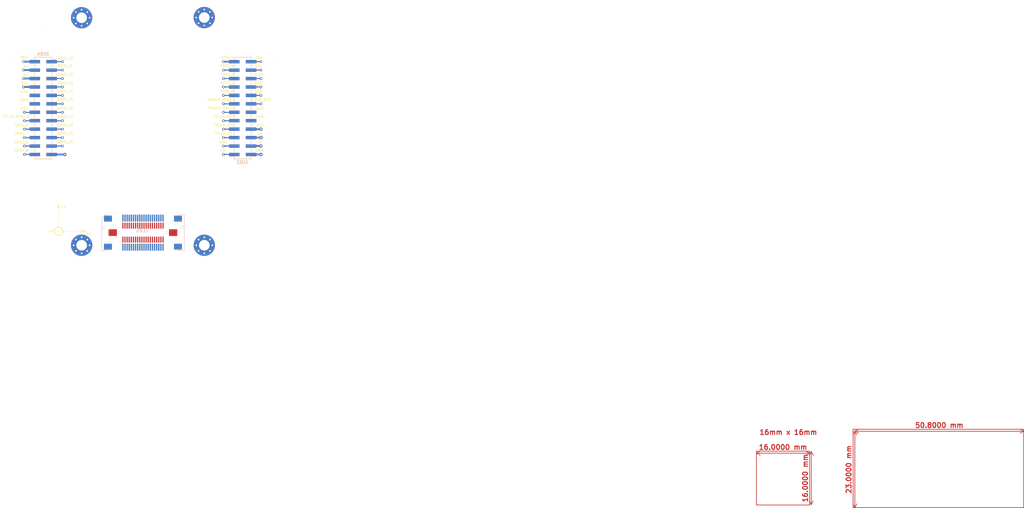
<source format=kicad_pcb>
(kicad_pcb (version 20211014) (generator pcbnew)
  (layers (0 "F.Cu" signal) (31 "B.Cu" signal) (34 "B.Paste" user) (35 "F.Paste" user) (36 "B.SilkS" user "B.Silkscreen") (37 "F.SilkS" user "F.Silkscreen") (38 "B.Mask" user) (39 "F.Mask" user) (44 "Edge.Cuts" user))
  (net 0 "")
  (net 1 "/VBAT")
  (net 2 "/TELEM_GPIO_1")
  (net 3 "/9V")
  (net 4 "/TELEM_GPIO_2")
  (net 5 "/5V")
  (net 6 "/TELEM_GPIO_3")
  (net 7 "/3V3")
  (net 8 "/TELEM_GPIO_4")
  (net 9 "6V_AC_SERVO1")
  (net 10 "/TELEM_GPIO_5")
  (net 11 "/CONT_3V3")
  (net 12 "/SERVO1")
  (net 13 "/B2B_I2C_SDA")
  (net 14 "/SERVO2")
  (net 15 "/B2B_I2C_SCL")
  (net 16 "/B2B_GPIO_8")
  (net 17 "/B2B_SPI_SCK")
  (net 18 "/B2B_GPIO_9")
  (net 19 "/B2B_SPI_MISO")
  (net 20 "/B2B_GPIO_10")
  (net 21 "/B2B_SPI_MOSI")
  (net 22 "/B2B_GPIO_11")
  (net 23 "/CONT_GND")
  (net 24 "/B2B_UART_SDI")
  (net 25 "/B2B_UART_SDO")
  (net 26 "/TELEM_CS")
  (net 27 "/TELEM_INT")
  (net 28 "/TELEM_RST")
  (net 29 "/POWER_STATE")
  (net 30 "/POWER_RESET")
  (net 31 "/B2B_GPIO_12")
  (net 32 "/B2B_GPIO_13")
  (net 33 "/B2B_GPIO_14")
  (net 34 "/B2B_GPIO_15")
  (net 35 "/B2B_GPIO_16")
  (net 36 "/B2B_GPIO_17")
  (net 37 "/B2B_GPIO_18")
  (net 38 "/B2B_GPIO_19")
  (net 39 "/B2B_GPIO_20")
  (net 40 "6V_AC_SERVO2")
  (net 41 "/GND")
  (footprint "MountingHole:MountingHole_3.2mm_M3_Pad_Via" (layer "F.Cu") (at -18.44 34.3)
    (fp_text reference "REF**" hide)
    (fp_text value "MountingHole_3.2mm_M3_Pad_Via")
    (pad "1" thru_hole circle (at -2.4 0) (size 0.8 0.8) (drill 0.5) (layers *.Cu *.Mask))
    (pad "1" thru_hole circle (at 0 -2.4) (size 0.8 0.8) (drill 0.5) (layers *.Cu *.Mask))
    (pad "1" thru_hole circle (at 0 0) (size 6.4 6.4) (drill 3.2) (layers *.Cu *.Mask))
    (pad "1" thru_hole circle (at 0 2.4) (size 0.8 0.8) (drill 0.5) (layers *.Cu *.Mask))
    (pad "1" thru_hole circle (at -1.697056 1.697056) (size 0.8 0.8) (drill 0.5) (layers *.Cu *.Mask))
    (pad "1" thru_hole circle (at -1.697056 -1.697056) (size 0.8 0.8) (drill 0.5) (layers *.Cu *.Mask))
    (pad "1" thru_hole circle (at 1.697056 -1.697056) (size 0.8 0.8) (drill 0.5) (layers *.Cu *.Mask))
    (pad "1" thru_hole circle (at 1.697056 1.697056) (size 0.8 0.8) (drill 0.5) (layers *.Cu *.Mask))
    (pad "1" thru_hole circle (at 2.4 0) (size 0.8 0.8) (drill 0.5) (layers *.Cu *.Mask))
  )
  (footprint "memes:axes" (layer "F.Cu") (at -21.8 26.5)
    (fp_text reference "G***" hide)
    (fp_text value "LOGO" hide)
  )
  (footprint "Connector_ISS:536270474" (layer "F.Cu") (at 0 30.5)
    (fp_text reference "J106")
    (fp_text value "536270474")
    (fp_circle (center -7.285 0) (end -6.835 0) (layer "Edge.Cuts") (width 0.1) (fill none))
    (fp_circle (center 7.285 0) (end 7.635 0) (layer "Edge.Cuts") (width 0.1) (fill none))
    (pad "1" smd rect (at -6.0325 -2.1) (size 0.35 1.8) (layers "F.Cu" "F.Paste" "F.Mask"))
    (pad "2" smd rect (at -5.3975 -2.1) (size 0.35 1.8) (layers "F.Cu" "F.Paste" "F.Mask"))
    (pad "3" smd rect (at -4.7625 -2.1) (size 0.35 1.8) (layers "F.Cu" "F.Paste" "F.Mask"))
    (pad "4" smd rect (at -4.1275 -2.1) (size 0.35 1.8) (layers "F.Cu" "F.Paste" "F.Mask"))
    (pad "5" smd rect (at -3.4925 -2.1) (size 0.35 1.8) (layers "F.Cu" "F.Paste" "F.Mask"))
    (pad "6" smd rect (at -2.8575 -2.1) (size 0.35 1.8) (layers "F.Cu" "F.Paste" "F.Mask"))
    (pad "7" smd rect (at -2.2225 -2.1) (size 0.35 1.8) (layers "F.Cu" "F.Paste" "F.Mask"))
    (pad "8" smd rect (at -1.5875 -2.1) (size 0.35 1.8) (layers "F.Cu" "F.Paste" "F.Mask"))
    (pad "9" smd rect (at -0.9525 -2.1) (size 0.35 1.8) (layers "F.Cu" "F.Paste" "F.Mask"))
    (pad "10" smd rect (at -0.3175 -2.1) (size 0.35 1.8) (layers "F.Cu" "F.Paste" "F.Mask"))
    (pad "11" smd rect (at 0.3175 -2.1) (size 0.35 1.8) (layers "F.Cu" "F.Paste" "F.Mask"))
    (pad "12" smd rect (at 0.9525 -2.1) (size 0.35 1.8) (layers "F.Cu" "F.Paste" "F.Mask"))
    (pad "13" smd rect (at 1.5875 -2.1) (size 0.35 1.8) (layers "F.Cu" "F.Paste" "F.Mask"))
    (pad "14" smd rect (at 2.2225 -2.1) (size 0.35 1.8) (layers "F.Cu" "F.Paste" "F.Mask"))
    (pad "15" smd rect (at 2.8575 -2.1) (size 0.35 1.8) (layers "F.Cu" "F.Paste" "F.Mask"))
    (pad "16" smd rect (at 3.4925 -2.1) (size 0.35 1.8) (layers "F.Cu" "F.Paste" "F.Mask"))
    (pad "17" smd rect (at 4.1275 -2.1) (size 0.35 1.8) (layers "F.Cu" "F.Paste" "F.Mask"))
    (pad "18" smd rect (at 4.7625 -2.1) (size 0.35 1.8) (layers "F.Cu" "F.Paste" "F.Mask"))
    (pad "19" smd rect (at 5.3975 -2.1) (size 0.35 1.8) (layers "F.Cu" "F.Paste" "F.Mask"))
    (pad "20" smd rect (at 6.0325 -2.1) (size 0.35 1.8) (layers "F.Cu" "F.Paste" "F.Mask"))
    (pad "21" smd rect (at 6.0325 2.1) (size 0.35 1.8) (layers "F.Cu" "F.Paste" "F.Mask"))
    (pad "22" smd rect (at 5.3975 2.1) (size 0.35 1.8) (layers "F.Cu" "F.Paste" "F.Mask"))
    (pad "23" smd rect (at 4.7625 2.1) (size 0.35 1.8) (layers "F.Cu" "F.Paste" "F.Mask"))
    (pad "24" smd rect (at 4.1275 2.1) (size 0.35 1.8) (layers "F.Cu" "F.Paste" "F.Mask"))
    (pad "25" smd rect (at 3.4925 2.1) (size 0.35 1.8) (layers "F.Cu" "F.Paste" "F.Mask"))
    (pad "26" smd rect (at 2.8575 2.1) (size 0.35 1.8) (layers "F.Cu" "F.Paste" "F.Mask"))
    (pad "27" smd rect (at 2.2225 2.1) (size 0.35 1.8) (layers "F.Cu" "F.Paste" "F.Mask"))
    (pad "28" smd rect (at 1.5875 2.1) (size 0.35 1.8) (layers "F.Cu" "F.Paste" "F.Mask"))
    (pad "29" smd rect (at 0.9525 2.1) (size 0.35 1.8) (layers "F.Cu" "F.Paste" "F.Mask"))
    (pad "30" smd rect (at 0.3175 2.1) (size 0.35 1.8) (layers "F.Cu" "F.Paste" "F.Mask"))
    (pad "31" smd rect (at -0.3175 2.1) (size 0.35 1.8) (layers "F.Cu" "F.Paste" "F.Mask"))
    (pad "32" smd rect (at -0.9525 2.1) (size 0.35 1.8) (layers "F.Cu" "F.Paste" "F.Mask"))
    (pad "33" smd rect (at -1.5875 2.1) (size 0.35 1.8) (layers "F.Cu" "F.Paste" "F.Mask"))
    (pad "34" smd rect (at -2.2225 2.1) (size 0.35 1.8) (layers "F.Cu" "F.Paste" "F.Mask"))
    (pad "35" smd rect (at -2.8575 2.1) (size 0.35 1.8) (layers "F.Cu" "F.Paste" "F.Mask"))
    (pad "36" smd rect (at -3.4925 2.1) (size 0.35 1.8) (layers "F.Cu" "F.Paste" "F.Mask"))
    (pad "37" smd rect (at -4.1275 2.1) (size 0.35 1.8) (layers "F.Cu" "F.Paste" "F.Mask"))
    (pad "38" smd rect (at -4.7625 2.1) (size 0.35 1.8) (layers "F.Cu" "F.Paste" "F.Mask"))
    (pad "39" smd rect (at -5.3975 2.1) (size 0.35 1.8) (layers "F.Cu" "F.Paste" "F.Mask"))
    (pad "40" smd rect (at -6.0325 2.1) (size 0.35 1.8) (layers "F.Cu" "F.Paste" "F.Mask"))
    (pad "GND" smd rect (at -9.085 0) (size 2.5 2) (layers "F.Cu" "F.Paste" "F.Mask"))
    (pad "GND" smd rect (at 9.085 0) (size 2.5 2) (layers "F.Cu" "F.Paste" "F.Mask"))
  )
  (footprint "Connector_PinHeader_2.54mm:PinHeader_2x12_P2.54mm_Vertical_SMD" (layer "F.Cu") (at -30 -7)
    (fp_text reference "J103" (at 0 -16.3) (layer "F.SilkS"))
    (fp_text value "Conn_02x12_Odd_Even")
    (pad "1" smd rect (at -2.525 -13.97) (size 3.15 1) (layers "F.Cu" "F.Paste" "F.Mask") (net 1 "/VBAT"))
    (pad "2" smd rect (at 2.525 -13.97) (size 3.15 1) (layers "F.Cu" "F.Paste" "F.Mask") (net 20 "/B2B_GPIO_10"))
    (pad "3" smd rect (at -2.525 -11.43) (size 3.15 1) (layers "F.Cu" "F.Paste" "F.Mask") (net 3 "/9V"))
    (pad "4" smd rect (at 2.525 -11.43) (size 3.15 1) (layers "F.Cu" "F.Paste" "F.Mask") (net 22 "/B2B_GPIO_11"))
    (pad "5" smd rect (at -2.525 -8.89) (size 3.15 1) (layers "F.Cu" "F.Paste" "F.Mask") (net 5 "/5V"))
    (pad "6" smd rect (at 2.525 -8.89) (size 3.15 1) (layers "F.Cu" "F.Paste" "F.Mask") (net 31 "/B2B_GPIO_12"))
    (pad "7" smd rect (at -2.525 -6.35) (size 3.15 1) (layers "F.Cu" "F.Paste" "F.Mask") (net 7 "/3V3"))
    (pad "8" smd rect (at 2.525 -6.35) (size 3.15 1) (layers "F.Cu" "F.Paste" "F.Mask") (net 32 "/B2B_GPIO_13"))
    (pad "9" smd rect (at -2.525 -3.81) (size 3.15 1) (layers "F.Cu" "F.Paste" "F.Mask") (net 41 "/GND"))
    (pad "10" smd rect (at 2.525 -3.81) (size 3.15 1) (layers "F.Cu" "F.Paste" "F.Mask") (net 33 "/B2B_GPIO_14"))
    (pad "11" smd rect (at -2.525 -1.27) (size 3.15 1) (layers "F.Cu" "F.Paste" "F.Mask") (net 41 "/GND"))
    (pad "12" smd rect (at 2.525 -1.27) (size 3.15 1) (layers "F.Cu" "F.Paste" "F.Mask") (net 34 "/B2B_GPIO_15"))
    (pad "13" smd rect (at -2.525 1.27) (size 3.15 1) (layers "F.Cu" "F.Paste" "F.Mask") (net 23 "/CONT_GND"))
    (pad "14" smd rect (at 2.525 1.27) (size 3.15 1) (layers "F.Cu" "F.Paste" "F.Mask") (net 35 "/B2B_GPIO_16"))
    (pad "15" smd rect (at -2.525 3.81) (size 3.15 1) (layers "F.Cu" "F.Paste" "F.Mask") (net 10 "/TELEM_GPIO_5"))
    (pad "16" smd rect (at 2.525 3.81) (size 3.15 1) (layers "F.Cu" "F.Paste" "F.Mask") (net 36 "/B2B_GPIO_17"))
    (pad "17" smd rect (at -2.525 6.35) (size 3.15 1) (layers "F.Cu" "F.Paste" "F.Mask") (net 12 "/SERVO1"))
    (pad "18" smd rect (at 2.525 6.35) (size 3.15 1) (layers "F.Cu" "F.Paste" "F.Mask") (net 37 "/B2B_GPIO_18"))
    (pad "19" smd rect (at -2.525 8.89) (size 3.15 1) (layers "F.Cu" "F.Paste" "F.Mask") (net 14 "/SERVO2"))
    (pad "20" smd rect (at 2.525 8.89) (size 3.15 1) (layers "F.Cu" "F.Paste" "F.Mask") (net 38 "/B2B_GPIO_19"))
    (pad "21" smd rect (at -2.525 11.43) (size 3.15 1) (layers "F.Cu" "F.Paste" "F.Mask") (net 16 "/B2B_GPIO_8"))
    (pad "22" smd rect (at 2.525 11.43) (size 3.15 1) (layers "F.Cu" "F.Paste" "F.Mask") (net 39 "/B2B_GPIO_20"))
    (pad "23" smd rect (at -2.525 13.97) (size 3.15 1) (layers "F.Cu" "F.Paste" "F.Mask") (net 18 "/B2B_GPIO_9"))
    (pad "24" smd rect (at 2.525 13.97) (size 3.15 1) (layers "F.Cu" "F.Paste" "F.Mask") (net 40 "6V_AC_SERVO2"))
  )
  (footprint "Connector_PinHeader_2.54mm:PinHeader_2x12_P2.54mm_Vertical_SMD" (layer "F.Cu") (at 30 -7 180)
    (fp_text reference "J101" (at 0 -16.3) (layer "F.SilkS"))
    (fp_text value "Conn_02x12_Odd_Even")
    (pad "1" smd rect (at -2.525 -13.97 180) (size 3.15 1) (layers "F.Cu" "F.Paste" "F.Mask") (net 1 "/VBAT"))
    (pad "2" smd rect (at 2.525 -13.97 180) (size 3.15 1) (layers "F.Cu" "F.Paste" "F.Mask") (net 24 "/B2B_UART_SDI"))
    (pad "3" smd rect (at -2.525 -11.43 180) (size 3.15 1) (layers "F.Cu" "F.Paste" "F.Mask") (net 3 "/9V"))
    (pad "4" smd rect (at 2.525 -11.43 180) (size 3.15 1) (layers "F.Cu" "F.Paste" "F.Mask") (net 25 "/B2B_UART_SDO"))
    (pad "5" smd rect (at -2.525 -8.89 180) (size 3.15 1) (layers "F.Cu" "F.Paste" "F.Mask") (net 5 "/5V"))
    (pad "6" smd rect (at 2.525 -8.89 180) (size 3.15 1) (layers "F.Cu" "F.Paste" "F.Mask") (net 26 "/TELEM_CS"))
    (pad "7" smd rect (at -2.525 -6.35 180) (size 3.15 1) (layers "F.Cu" "F.Paste" "F.Mask") (net 7 "/3V3"))
    (pad "8" smd rect (at 2.525 -6.35 180) (size 3.15 1) (layers "F.Cu" "F.Paste" "F.Mask") (net 27 "/TELEM_INT"))
    (pad "9" smd rect (at -2.525 -3.81 180) (size 3.15 1) (layers "F.Cu" "F.Paste" "F.Mask") (net 41 "/GND"))
    (pad "10" smd rect (at 2.525 -3.81 180) (size 3.15 1) (layers "F.Cu" "F.Paste" "F.Mask") (net 28 "/TELEM_RST"))
    (pad "11" smd rect (at -2.525 -1.27 180) (size 3.15 1) (layers "F.Cu" "F.Paste" "F.Mask") (net 41 "/GND"))
    (pad "12" smd rect (at 2.525 -1.27 180) (size 3.15 1) (layers "F.Cu" "F.Paste" "F.Mask") (net 29 "/POWER_STATE"))
    (pad "13" smd rect (at -2.525 1.27 180) (size 3.15 1) (layers "F.Cu" "F.Paste" "F.Mask") (net 11 "/CONT_3V3"))
    (pad "14" smd rect (at 2.525 1.27 180) (size 3.15 1) (layers "F.Cu" "F.Paste" "F.Mask") (net 30 "/POWER_RESET"))
    (pad "15" smd rect (at -2.525 3.81 180) (size 3.15 1) (layers "F.Cu" "F.Paste" "F.Mask") (net 17 "/B2B_SPI_SCK"))
    (pad "16" smd rect (at 2.525 3.81 180) (size 3.15 1) (layers "F.Cu" "F.Paste" "F.Mask") (net 2 "/TELEM_GPIO_1"))
    (pad "17" smd rect (at -2.525 6.35 180) (size 3.15 1) (layers "F.Cu" "F.Paste" "F.Mask") (net 21 "/B2B_SPI_MOSI"))
    (pad "18" smd rect (at 2.525 6.35 180) (size 3.15 1) (layers "F.Cu" "F.Paste" "F.Mask") (net 4 "/TELEM_GPIO_2"))
    (pad "19" smd rect (at -2.525 8.89 180) (size 3.15 1) (layers "F.Cu" "F.Paste" "F.Mask") (net 19 "/B2B_SPI_MISO"))
    (pad "20" smd rect (at 2.525 8.89 180) (size 3.15 1) (layers "F.Cu" "F.Paste" "F.Mask") (net 6 "/TELEM_GPIO_3"))
    (pad "21" smd rect (at -2.525 11.43 180) (size 3.15 1) (layers "F.Cu" "F.Paste" "F.Mask") (net 15 "/B2B_I2C_SCL"))
    (pad "22" smd rect (at 2.525 11.43 180) (size 3.15 1) (layers "F.Cu" "F.Paste" "F.Mask") (net 8 "/TELEM_GPIO_4"))
    (pad "23" smd rect (at -2.525 13.97 180) (size 3.15 1) (layers "F.Cu" "F.Paste" "F.Mask") (net 13 "/B2B_I2C_SDA"))
    (pad "24" smd rect (at 2.525 13.97 180) (size 3.15 1) (layers "F.Cu" "F.Paste" "F.Mask") (net 9 "6V_AC_SERVO1"))
  )
  (footprint "MountingHole:MountingHole_3.2mm_M3_Pad_Via" (layer "F.Cu") (at 18.44 -34.25)
    (fp_text reference "REF**" hide)
    (fp_text value "MountingHole_3.2mm_M3_Pad_Via")
    (pad "1" thru_hole circle (at 2.4 0) (size 0.8 0.8) (drill 0.5) (layers *.Cu *.Mask))
    (pad "1" thru_hole circle (at -1.697056 1.697056) (size 0.8 0.8) (drill 0.5) (layers *.Cu *.Mask))
    (pad "1" thru_hole circle (at 0 2.4) (size 0.8 0.8) (drill 0.5) (layers *.Cu *.Mask))
    (pad "1" thru_hole circle (at -1.697056 -1.697056) (size 0.8 0.8) (drill 0.5) (layers *.Cu *.Mask))
    (pad "1" thru_hole circle (at -2.4 0) (size 0.8 0.8) (drill 0.5) (layers *.Cu *.Mask))
    (pad "1" thru_hole circle (at 1.697056 1.697056) (size 0.8 0.8) (drill 0.5) (layers *.Cu *.Mask))
    (pad "1" thru_hole circle (at 1.697056 -1.697056) (size 0.8 0.8) (drill 0.5) (layers *.Cu *.Mask))
    (pad "1" thru_hole circle (at 0 -2.4) (size 0.8 0.8) (drill 0.5) (layers *.Cu *.Mask))
    (pad "1" thru_hole circle (at 0 0) (size 6.4 6.4) (drill 3.2) (layers *.Cu *.Mask))
  )
  (footprint "MountingHole:MountingHole_3.2mm_M3_Pad_Via" (layer "F.Cu") (at 18.45 34.3)
    (fp_text reference "REF**" hide)
    (fp_text value "MountingHole_3.2mm_M3_Pad_Via")
    (pad "1" thru_hole circle (at 0 0) (size 6.4 6.4) (drill 3.2) (layers *.Cu *.Mask))
    (pad "1" thru_hole circle (at 1.697056 -1.697056) (size 0.8 0.8) (drill 0.5) (layers *.Cu *.Mask))
    (pad "1" thru_hole circle (at -1.697056 -1.697056) (size 0.8 0.8) (drill 0.5) (layers *.Cu *.Mask))
    (pad "1" thru_hole circle (at -2.4 0) (size 0.8 0.8) (drill 0.5) (layers *.Cu *.Mask))
    (pad "1" thru_hole circle (at -1.697056 1.697056) (size 0.8 0.8) (drill 0.5) (layers *.Cu *.Mask))
    (pad "1" thru_hole circle (at 2.4 0) (size 0.8 0.8) (drill 0.5) (layers *.Cu *.Mask))
    (pad "1" thru_hole circle (at 0 -2.4) (size 0.8 0.8) (drill 0.5) (layers *.Cu *.Mask))
    (pad "1" thru_hole circle (at 0 2.4) (size 0.8 0.8) (drill 0.5) (layers *.Cu *.Mask))
    (pad "1" thru_hole circle (at 1.697056 1.697056) (size 0.8 0.8) (drill 0.5) (layers *.Cu *.Mask))
  )
  (footprint "MountingHole:MountingHole_3.2mm_M3_Pad_Via" (layer "F.Cu") (at -18.45 -34.19)
    (fp_text reference "REF**" hide)
    (fp_text value "MountingHole_3.2mm_M3_Pad_Via")
    (pad "1" thru_hole circle (at -2.4 0) (size 0.8 0.8) (drill 0.5) (layers *.Cu *.Mask))
    (pad "1" thru_hole circle (at 0 -2.4) (size 0.8 0.8) (drill 0.5) (layers *.Cu *.Mask))
    (pad "1" thru_hole circle (at 0 2.4) (size 0.8 0.8) (drill 0.5) (layers *.Cu *.Mask))
    (pad "1" thru_hole circle (at 1.697056 -1.697056) (size 0.8 0.8) (drill 0.5) (layers *.Cu *.Mask))
    (pad "1" thru_hole circle (at 2.4 0) (size 0.8 0.8) (drill 0.5) (layers *.Cu *.Mask))
    (pad "1" thru_hole circle (at -1.697056 1.697056) (size 0.8 0.8) (drill 0.5) (layers *.Cu *.Mask))
    (pad "1" thru_hole circle (at 0 0) (size 6.4 6.4) (drill 3.2) (layers *.Cu *.Mask))
    (pad "1" thru_hole circle (at -1.697056 -1.697056) (size 0.8 0.8) (drill 0.5) (layers *.Cu *.Mask))
    (pad "1" thru_hole circle (at 1.697056 1.697056) (size 0.8 0.8) (drill 0.5) (layers *.Cu *.Mask))
  )
  (footprint "Connector_ISS:2091680401" (layer "B.Cu") (at 0 30.5 180)
    (fp_text reference "J105" (at 0.15 0.62 unlocked) (layer "B.SilkS") (effects (justify mirror)))
    (fp_text value "Receptacle")
    (fp_circle (center 11.78 1.58) (end 12.18 1.58) (layer "Edge.Cuts") (width 0.12) (fill none))
    (fp_circle (center -11.78 1.58) (end -11.38 1.58) (layer "Edge.Cuts") (width 0.12) (fill none))
    (pad "1" smd rect (at 6.0325 4.375 90) (size 2.1 0.4) (layers "B.Cu" "B.Paste" "B.Mask"))
    (pad "2" smd rect (at 5.3975 4.375 90) (size 2.1 0.4) (layers "B.Cu" "B.Paste" "B.Mask"))
    (pad "3" smd rect (at 4.7625 4.375 90) (size 2.1 0.4) (layers "B.Cu" "B.Paste" "B.Mask"))
    (pad "4" smd rect (at 4.1275 4.375 90) (size 2.1 0.4) (layers "B.Cu" "B.Paste" "B.Mask"))
    (pad "5" smd rect (at 3.4925 4.375 90) (size 2.1 0.4) (layers "B.Cu" "B.Paste" "B.Mask"))
    (pad "6" smd rect (at 2.8575 4.375 90) (size 2.1 0.4) (layers "B.Cu" "B.Paste" "B.Mask"))
    (pad "7" smd rect (at 2.2225 4.375 90) (size 2.1 0.4) (layers "B.Cu" "B.Paste" "B.Mask"))
    (pad "8" smd rect (at 1.5875 4.375 90) (size 2.1 0.4) (layers "B.Cu" "B.Paste" "B.Mask"))
    (pad "9" smd rect (at 0.9525 4.375 90) (size 2.1 0.4) (layers "B.Cu" "B.Paste" "B.Mask"))
    (pad "10" smd rect (at 0.3175 4.375 90) (size 2.1 0.4) (layers "B.Cu" "B.Paste" "B.Mask"))
    (pad "11" smd rect (at -0.3175 4.375 90) (size 2.1 0.4) (layers "B.Cu" "B.Paste" "B.Mask"))
    (pad "12" smd rect (at -0.9525 4.375 90) (size 2.1 0.4) (layers "B.Cu" "B.Paste" "B.Mask"))
    (pad "13" smd rect (at -1.5875 4.375 90) (size 2.1 0.4) (layers "B.Cu" "B.Paste" "B.Mask"))
    (pad "14" smd rect (at -2.2225 4.375 90) (size 2.1 0.4) (layers "B.Cu" "B.Paste" "B.Mask"))
    (pad "15" smd rect (at -2.8575 4.375 90) (size 2.1 0.4) (layers "B.Cu" "B.Paste" "B.Mask"))
    (pad "16" smd rect (at -3.4925 4.375 90) (size 2.1 0.4) (layers "B.Cu" "B.Paste" "B.Mask"))
    (pad "17" smd rect (at -4.1275 4.375 90) (size 2.1 0.4) (layers "B.Cu" "B.Paste" "B.Mask"))
    (pad "18" smd rect (at -4.7625 4.375 90) (size 2.1 0.4) (layers "B.Cu" "B.Paste" "B.Mask"))
    (pad "19" smd rect (at -5.3975 4.375 90) (size 2.1 0.4) (layers "B.Cu" "B.Paste" "B.Mask"))
    (pad "20" smd rect (at -6.0325 4.375 90) (size 2.1 0.4) (layers "B.Cu" "B.Paste" "B.Mask"))
    (pad "21" smd rect (at -6.0325 -4.375 90) (size 2.1 0.4) (layers "B.Cu" "B.Paste" "B.Mask"))
    (pad "22" smd rect (at -5.3975 -4.375 90) (size 2.1 0.4) (layers "B.Cu" "B.Paste" "B.Mask"))
    (pad "23" smd rect (at -4.7625 -4.375 90) (size 2.1 0.4) (layers "B.Cu" "B.Paste" "B.Mask"))
    (pad "24" smd rect (at -4.1275 -4.375 90) (size 2.1 0.4) (layers "B.Cu" "B.Paste" "B.Mask"))
    (pad "25" smd rect (at -3.4925 -4.375 90) (size 2.1 0.4) (layers "B.Cu" "B.Paste" "B.Mask"))
    (pad "26" smd rect (at -2.8575 -4.375 90) (size 2.1 0.4) (layers "B.Cu" "B.Paste" "B.Mask"))
    (pad "27" smd rect (at -2.2225 -4.375 90) (size 2.1 0.4) (layers "B.Cu" "B.Paste" "B.Mask"))
    (pad "28" smd rect (at -1.5875 -4.375 90) (size 2.1 0.4) (layers "B.Cu" "B.Paste" "B.Mask"))
    (pad "29" smd rect (at -0.9525 -4.375 90) (size 2.1 0.4) (layers "B.Cu" "B.Paste" "B.Mask"))
    (pad "30" smd rect (at -0.3175 -4.375 90) (size 2.1 0.4) (layers "B.Cu" "B.Paste" "B.Mask"))
    (pad "31" smd rect (at 0.3175 -4.375 90) (size 2.1 0.4) (layers "B.Cu" "B.Paste" "B.Mask"))
    (pad "32" smd rect (at 0.9525 -4.375 90) (size 2.1 0.4) (layers "B.Cu" "B.Paste" "B.Mask"))
    (pad "33" smd rect (at 1.5875 -4.375 90) (size 2.1 0.4) (layers "B.Cu" "B.Paste" "B.Mask"))
    (pad "34" smd rect (at 2.2225 -4.375 90) (size 2.1 0.4) (layers "B.Cu" "B.Paste" "B.Mask"))
    (pad "35" smd rect (at 2.8575 -4.375 90) (size 2.1 0.4) (layers "B.Cu" "B.Paste" "B.Mask"))
    (pad "36" smd rect (at 3.4925 -4.375 90) (size 2.1 0.4) (layers "B.Cu" "B.Paste" "B.Mask"))
    (pad "37" smd rect (at 4.1275 -4.375 90) (size 2.1 0.4) (layers "B.Cu" "B.Paste" "B.Mask"))
    (pad "38" smd rect (at 4.7625 -4.375 90) (size 2.1 0.4) (layers "B.Cu" "B.Paste" "B.Mask"))
    (pad "39" smd rect (at 5.3975 -4.375 90) (size 2.1 0.4) (layers "B.Cu" "B.Paste" "B.Mask"))
    (pad "40" smd rect (at 6.0325 -4.375 90) (size 2.1 0.4) (layers "B.Cu" "B.Paste" "B.Mask"))
    (pad "GND" smd rect (at 10.53 4.225 180) (size 2.4 1.8) (layers "B.Cu" "B.Paste" "B.Mask"))
    (pad "GND" smd rect (at -10.53 4.225 180) (size 2.4 1.8) (layers "B.Cu" "B.Paste" "B.Mask"))
    (pad "GND" smd rect (at -10.53 -4.225 180) (size 2.4 1.8) (layers "B.Cu" "B.Paste" "B.Mask"))
    (pad "GND" smd rect (at 10.53 -4.225 180) (size 2.4 1.8) (layers *.Paste "B.Cu" "B.Mask"))
  )
  (footprint "Connector_PinHeader_2.54mm:PinHeader_2x12_P2.54mm_Vertical_SMD" (layer "B.Cu") (at -30 -7 180)
    (fp_text reference "J104" (at 0 16.3) (layer "B.SilkS") (effects (justify mirror)))
    (fp_text value "Conn_02x12_Odd_Even")
    (pad "1" smd rect (at -2.525 13.97 180) (size 3.15 1) (layers "B.Cu" "B.Paste" "B.Mask") (net 20 "/B2B_GPIO_10"))
    (pad "2" smd rect (at 2.525 13.97 180) (size 3.15 1) (layers "B.Cu" "B.Paste" "B.Mask") (net 1 "/VBAT"))
    (pad "3" smd rect (at -2.525 11.43 180) (size 3.15 1) (layers "B.Cu" "B.Paste" "B.Mask") (net 22 "/B2B_GPIO_11"))
    (pad "4" smd rect (at 2.525 11.43 180) (size 3.15 1) (layers "B.Cu" "B.Paste" "B.Mask") (net 3 "/9V"))
    (pad "5" smd rect (at -2.525 8.89 180) (size 3.15 1) (layers "B.Cu" "B.Paste" "B.Mask") (net 31 "/B2B_GPIO_12"))
    (pad "6" smd rect (at 2.525 8.89 180) (size 3.15 1) (layers "B.Cu" "B.Paste" "B.Mask") (net 5 "/5V"))
    (pad "7" smd rect (at -2.525 6.35 180) (size 3.15 1) (layers "B.Cu" "B.Paste" "B.Mask") (net 32 "/B2B_GPIO_13"))
    (pad "8" smd rect (at 2.525 6.35 180) (size 3.15 1) (layers "B.Cu" "B.Paste" "B.Mask") (net 7 "/3V3"))
    (pad "9" smd rect (at -2.525 3.81 180) (size 3.15 1) (layers "B.Cu" "B.Paste" "B.Mask") (net 33 "/B2B_GPIO_14"))
    (pad "10" smd rect (at 2.525 3.81 180) (size 3.15 1) (layers "B.Cu" "B.Paste" "B.Mask") (net 41 "/GND"))
    (pad "11" smd rect (at -2.525 1.27 180) (size 3.15 1) (layers "B.Cu" "B.Paste" "B.Mask") (net 34 "/B2B_GPIO_15"))
    (pad "12" smd rect (at 2.525 1.27 180) (size 3.15 1) (layers "B.Cu" "B.Paste" "B.Mask") (net 41 "/GND"))
    (pad "13" smd rect (at -2.525 -1.27 180) (size 3.15 1) (layers "B.Cu" "B.Paste" "B.Mask") (net 35 "/B2B_GPIO_16"))
    (pad "14" smd rect (at 2.525 -1.27 180) (size 3.15 1) (layers "B.Cu" "B.Paste" "B.Mask") (net 23 "/CONT_GND"))
    (pad "15" smd rect (at -2.525 -3.81 180) (size 3.15 1) (layers "B.Cu" "B.Paste" "B.Mask") (net 36 "/B2B_GPIO_17"))
    (pad "16" smd rect (at 2.525 -3.81 180) (size 3.15 1) (layers "B.Cu" "B.Paste" "B.Mask") (net 10 "/TELEM_GPIO_5"))
    (pad "17" smd rect (at -2.525 -6.35 180) (size 3.15 1) (layers "B.Cu" "B.Paste" "B.Mask") (net 37 "/B2B_GPIO_18"))
    (pad "18" smd rect (at 2.525 -6.35 180) (size 3.15 1) (layers "B.Cu" "B.Paste" "B.Mask") (net 12 "/SERVO1"))
    (pad "19" smd rect (at -2.525 -8.89 180) (size 3.15 1) (layers "B.Cu" "B.Paste" "B.Mask") (net 38 "/B2B_GPIO_19"))
    (pad "20" smd rect (at 2.525 -8.89 180) (size 3.15 1) (layers "B.Cu" "B.Paste" "B.Mask") (net 14 "/SERVO2"))
    (pad "21" smd rect (at -2.525 -11.43 180) (size 3.15 1) (layers "B.Cu" "B.Paste" "B.Mask") (net 39 "/B2B_GPIO_20"))
    (pad "22" smd rect (at 2.525 -11.43 180) (size 3.15 1) (layers "B.Cu" "B.Paste" "B.Mask") (net 16 "/B2B_GPIO_8"))
    (pad "23" smd rect (at -2.525 -13.97 180) (size 3.15 1) (layers "B.Cu" "B.Paste" "B.Mask") (net 40 "6V_AC_SERVO2"))
    (pad "24" smd rect (at 2.525 -13.97 180) (size 3.15 1) (layers "B.Cu" "B.Paste" "B.Mask") (net 18 "/B2B_GPIO_9"))
  )
  (footprint "Connector_PinHeader_2.54mm:PinHeader_2x12_P2.54mm_Vertical_SMD" (layer "B.Cu") (at 30 -7)
    (fp_text reference "J102" (at 0 16.3) (layer "B.SilkS") (effects (justify mirror)))
    (fp_text value "Conn_02x12_Odd_Even")
    (pad "1" smd rect (at -2.525 13.97) (size 3.15 1) (layers "B.Cu" "B.Paste" "B.Mask") (net 24 "/B2B_UART_SDI"))
    (pad "2" smd rect (at 2.525 13.97) (size 3.15 1) (layers "B.Cu" "B.Paste" "B.Mask") (net 1 "/VBAT"))
    (pad "3" smd rect (at -2.525 11.43) (size 3.15 1) (layers "B.Cu" "B.Paste" "B.Mask") (net 25 "/B2B_UART_SDO"))
    (pad "4" smd rect (at 2.525 11.43) (size 3.15 1) (layers "B.Cu" "B.Paste" "B.Mask") (net 3 "/9V"))
    (pad "5" smd rect (at -2.525 8.89) (size 3.15 1) (layers "B.Cu" "B.Paste" "B.Mask") (net 26 "/TELEM_CS"))
    (pad "6" smd rect (at 2.525 8.89) (size 3.15 1) (layers "B.Cu" "B.Paste" "B.Mask") (net 5 "/5V"))
    (pad "7" smd rect (at -2.525 6.35) (size 3.15 1) (layers "B.Cu" "B.Paste" "B.Mask") (net 27 "/TELEM_INT"))
    (pad "8" smd rect (at 2.525 6.35) (size 3.15 1) (layers "B.Cu" "B.Paste" "B.Mask") (net 7 "/3V3"))
    (pad "9" smd rect (at -2.525 3.81) (size 3.15 1) (layers "B.Cu" "B.Paste" "B.Mask") (net 28 "/TELEM_RST"))
    (pad "10" smd rect (at 2.525 3.81) (size 3.15 1) (layers "B.Cu" "B.Paste" "B.Mask") (net 41 "/GND"))
    (pad "11" smd rect (at -2.525 1.27) (size 3.15 1) (layers "B.Cu" "B.Paste" "B.Mask") (net 29 "/POWER_STATE"))
    (pad "12" smd rect (at 2.525 1.27) (size 3.15 1) (layers "B.Cu" "B.Paste" "B.Mask") (net 41 "/GND"))
    (pad "13" smd rect (at -2.525 -1.27) (size 3.15 1) (layers "B.Cu" "B.Paste" "B.Mask") (net 30 "/POWER_RESET"))
    (pad "14" smd rect (at 2.525 -1.27) (size 3.15 1) (layers "B.Cu" "B.Paste" "B.Mask") (net 11 "/CONT_3V3"))
    (pad "15" smd rect (at -2.525 -3.81) (size 3.15 1) (layers "B.Cu" "B.Paste" "B.Mask") (net 2 "/TELEM_GPIO_1"))
    (pad "16" smd rect (at 2.525 -3.81) (size 3.15 1) (layers "B.Cu" "B.Paste" "B.Mask") (net 17 "/B2B_SPI_SCK"))
    (pad "17" smd rect (at -2.525 -6.35) (size 3.15 1) (layers "B.Cu" "B.Paste" "B.Mask") (net 4 "/TELEM_GPIO_2"))
    (pad "18" smd rect (at 2.525 -6.35) (size 3.15 1) (layers "B.Cu" "B.Paste" "B.Mask") (net 21 "/B2B_SPI_MOSI"))
    (pad "19" smd rect (at -2.525 -8.89) (size 3.15 1) (layers "B.Cu" "B.Paste" "B.Mask") (net 6 "/TELEM_GPIO_3"))
    (pad "20" smd rect (at 2.525 -8.89) (size 3.15 1) (layers "B.Cu" "B.Paste" "B.Mask") (net 19 "/B2B_SPI_MISO"))
    (pad "21" smd rect (at -2.525 -11.43) (size 3.15 1) (layers "B.Cu" "B.Paste" "B.Mask") (net 8 "/TELEM_GPIO_4"))
    (pad "22" smd rect (at 2.525 -11.43) (size 3.15 1) (layers "B.Cu" "B.Paste" "B.Mask") (net 15 "/B2B_I2C_SCL"))
    (pad "23" smd rect (at -2.525 -13.97) (size 3.15 1) (layers "B.Cu" "B.Paste" "B.Mask") (net 9 "6V_AC_SERVO1"))
    (pad "24" smd rect (at 2.525 -13.97) (size 3.15 1) (layers "B.Cu" "B.Paste" "B.Mask") (net 13 "/B2B_I2C_SDA"))
  )
  (gr_rect (start 213.6 113.3) (end 264.9 89.7) (layer "F.Cu") (width 0.2) (fill none))
  (gr_rect (start 200.5 96.3) (end 184.5 112.5) (layer "F.Cu") (width 0.2) (fill none))
  (gr_line (start -42.988115 17.80626) (end -21.287337 39.53) (layer "Edge.Cuts") (width 0.01))
  (gr_line (start 42.988115 17.80626) (end 42.988115 -17.80626) (layer "Edge.Cuts") (width 0.01))
  (gr_circle (center -18.442536 -34.247282) (end -16.892536 -34.247282) (layer "Edge.Cuts") (width 0.01) (fill none))
  (gr_line (start -21.287337 -39.53) (end -42.988115 -17.80626) (layer "Edge.Cuts") (width 0.01))
  (gr_circle (center 0 0) (end 4.8125 0) (layer "Edge.Cuts") (width 0.01) (fill none))
  (gr_circle (center -18.442536 34.247282) (end -16.892536 34.247282) (layer "Edge.Cuts") (width 0.01) (fill none))
  (gr_line (start 21.287337 39.53) (end 42.988115 17.80626) (layer "Edge.Cuts") (width 0.01))
  (gr_line (start -42.988115 -17.80626) (end -42.988115 17.80626) (layer "Edge.Cuts") (width 0.01))
  (gr_line (start 21.287337 39.53) (end -21.287337 39.53) (layer "Edge.Cuts") (width 0.01))
  (gr_circle (center 18.442536 -34.247282) (end 19.992536 -34.247282) (layer "Edge.Cuts") (width 0.01) (fill none))
  (gr_line (start 42.988115 -17.80626) (end 21.287337 -39.53) (layer "Edge.Cuts") (width 0.01))
  (gr_circle (center 18.442536 34.247282) (end 19.992536 34.247282) (layer "Edge.Cuts") (width 0.01) (fill none))
  (gr_line (start 21.287337 -39.53) (end -21.287337 -39.53) (layer "Edge.Cuts") (width 0.01))
  (gr_text "16mm x 16mm" (at 194.1 90.6) (layer "F.Cu") (effects (font (size 1.5 1.5) (thickness 0.3))))
  (gr_text "CONT_3V3" (at 35.54 -9.51) (layer "F.SilkS") (effects (font (size 0.75 0.75))))
  (gr_text "TELEM_GPIO_5" (at -38.2246 -4.485) (layer "F.SilkS") (effects (font (size 0.75 0.75))))
  (gr_text "GPIO_9" (at -36.544314 5.825) (layer "F.SilkS") (effects (font (size 0.75 0.75))))
  (gr_text "SDO" (at 24.2 3.25) (layer "F.SilkS") (effects (font (size 0.75 0.75))))
  (gr_text "5V" (at 35.17 0.73) (layer "F.SilkS") (effects (font (size 0.75 0.75))))
  (gr_text "+z\n" (at -24 22.8) (layer "F.SilkS") (effects (font (size 0.75 0.75))))
  (gr_text "SCK" (at 34.77 -12.01) (layer "F.SilkS") (effects (font (size 0.75 0.75))))
  (gr_text "TELEM_RST" (at 24.14 -4.41) (layer "F.SilkS") (effects (font (size 0.75 0.75))))
  (gr_text "GPIO_10" (at -23.3656 -21.9896) (layer "F.SilkS") (effects (font (size 0.75 0.75))))
  (gr_text "GPIO_16" (at -23.375 -6.95) (layer "F.SilkS") (effects (font (size 0.75 0.75))))
  (gr_text "GPIO_6" (at -36.544314 -1.855) (layer "F.SilkS") (effects (font (size 0.75 0.75))))
  (gr_text "9V" (at 35.11 3.19) (layer "F.SilkS") (effects (font (size 0.75 0.75))))
  (gr_text "SDL" (at 34.79 -19.67) (layer "F.SilkS") (effects (font (size 0.75 0.75))))
  (gr_text "9V" (at -35.2586 -19.425) (layer "F.SilkS") (effects (font (size 0.75 0.75))))
  (gr_text "GPIO_14" (at -23.3656 -12.1262) (layer "F.SilkS") (effects (font (size 0.75 0.75))))
  (gr_text "GPIO_11\n" (at -23.3656 -19.7296) (layer "F.SilkS") (effects (font (size 0.75 0.75))))
  (gr_text "GPIO_19" (at -23.3656 0.6754) (layer "F.SilkS") (effects (font (size 0.75 0.75))))
  (gr_text "GND" (at -35.722885 -9.435) (layer "F.SilkS") (effects (font (size 0.75 0.75))))
  (gr_text "TELEM_CS" (at 24.2 0.64) (layer "F.SilkS") (effects (font (size 0.75 0.75))))
  (gr_text "+y" (at -16.4 30.625) (layer "F.SilkS") (effects (font (size 0.75 0.75))))
  (gr_text "GPIO_20" (at -23.3656 3.19) (layer "F.SilkS") (effects (font (size 0.75 0.75))))
  (gr_text "GPIO_17" (at -23.3656 -4.3538) (layer "F.SilkS") (effects (font (size 0.75 0.75))))
  (gr_text "GPIO_3" (at 25.24 -19.68) (layer "F.SilkS") (effects (font (size 0.75 0.75))))
  (gr_text "POWER_STATE" (at 23.39 -6.95) (layer "F.SilkS") (effects (font (size 0.75 0.75))))
  (gr_text "5V" (at -35.2586 -16.855) (layer "F.SilkS") (effects (font (size 0.75 0.75))))
  (gr_text "GND" (at -35.722885 -6.865) (layer "F.SilkS") (effects (font (size 0.75 0.75))))
  (gr_text "VBAT" (at -35.6846 -22.337) (layer "F.SilkS") (effects (font (size 0.75 0.75))))
  (gr_text "3V3" (at -35.615743 -14.385) (layer "F.SilkS") (effects (font (size 0.75 0.75))))
  (gr_text "SDA" (at 34.86 -22.17) (layer "F.SilkS") (effects (font (size 0.75 0.75))))
  (gr_text "3V3" (at 35.17 -1.84) (layer "F.SilkS") (effects (font (size 0.75 0.75))))
  (gr_text "GPIO_15" (at -23.3656 -9.6116) (layer "F.SilkS") (effects (font (size 0.75 0.75))))
  (gr_text "GPIO_2" (at 25.26 -17.14) (layer "F.SilkS") (effects (font (size 0.75 0.75))))
  (gr_text "GPIO_7" (at -36.544314 0.675) (layer "F.SilkS") (effects (font (size 0.75 0.75))))
  (gr_text "GPIO_13" (at -23.3656 -14.5138) (layer "F.SilkS") (effects (font (size 0.75 0.75))))
  (gr_text "GPIO_1" (at 25.26 -14.6) (layer "F.SilkS") (effects (font (size 0.75 0.75))))
  (gr_text "GND" (at 35.26 -6.93) (layer "F.SilkS") (effects (font (size 0.75 0.75))))
  (gr_text "MOSI" (at 34.8 -14.56) (layer "F.SilkS") (effects (font (size 0.75 0.75))))
  (gr_text "+x" (at -27.7 30) (layer "F.SilkS") (effects (font (size 0.75 0.75))))
  (gr_text "GPIO_0" (at 25.24 -12.06) (layer "F.SilkS") (effects (font (size 0.75 0.75))))
  (gr_text "GND" (at 35.2 -4.46) (layer "F.SilkS") (effects (font (size 0.75 0.75))))
  (gr_text "GPIO_8" (at -36.544314 3.305) (layer "F.SilkS") (effects (font (size 0.75 0.75))))
  (gr_text "VBAT" (at 35.08 5.78) (layer "F.SilkS") (effects (font (size 0.75 0.75))))
  (gr_text "SDI" (at 24.07 5.73) (layer "F.SilkS") (effects (font (size 0.75 0.75))))
  (gr_text "TELEM_INT" (at 24.2 -1.86) (layer "F.SilkS") (effects (font (size 0.75 0.75))))
  (gr_text "GPIO_18" (at -23.3656 -1.8392) (layer "F.SilkS") (effects (font (size 0.75 0.75))))
  (gr_text "GPIO_4" (at 25.24 -22.26) (layer "F.SilkS") (effects (font (size 0.75 0.75))))
  (gr_text "POWER_RESET" (at 23.28 -9.48) (layer "F.SilkS") (effects (font (size 0.75 0.75))))
  (gr_text "GND" (at -35.722885 -11.975) (layer "F.SilkS") (effects (font (size 0.75 0.75))))
  (gr_text "MISO" (at 34.79 -17.11) (layer "F.SilkS") (effects (font (size 0.75 0.75))))
  (gr_text "GPIO_12\n\n" (at -23.3656 -16.4696) (layer "F.SilkS") (effects (font (size 0.75 0.75))))
  (dimension (type aligned) (layer "F.Cu") (pts (xy 201 112.4) (xy 201 96.4)) (height 0) (gr_text "16.0000 mm" (at 199.2 104.4 90) (layer "F.Cu") (effects (font (size 1.5 1.5) (thickness 0.3)))) (format (units 3) (units_format 1) (precision 4)) (style (thickness 0.2) (arrow_length 1.27) (text_position_mode 0) (extension_height 0.58642) (extension_offset 0.5) keep_text_aligned))
  (dimension (type aligned) (layer "F.Cu") (pts (xy 184.5 96.9) (xy 200.5 96.9)) (height 0) (gr_text "16.0000 mm" (at 192.5 95.1) (layer "F.Cu") (effects (font (size 1.5 1.5) (thickness 0.3)))) (format (units 3) (units_format 1) (precision 4)) (style (thickness 0.2) (arrow_length 1.27) (text_position_mode 0) (extension_height 0.58642) (extension_offset 0.5) keep_text_aligned))
  (dimension (type aligned) (layer "F.Cu") (pts (xy 214.1 90.3) (xy 264.9 90.3)) (height 0) (gr_text "50.8000 mm" (at 239.5 88.5) (layer "F.Cu") (effects (font (size 1.5 1.5) (thickness 0.3)))) (format (units 3) (units_format 1) (precision 4)) (style (thickness 0.2) (arrow_length 1.27) (text_position_mode 0) (extension_height 0.58642) (extension_offset 0.5) keep_text_aligned))
  (dimension (type aligned) (layer "F.Cu") (pts (xy 214.1 113.3) (xy 214.1 90.3)) (height 0) (gr_text "23.0000 mm" (at 212.3 101.8 90) (layer "F.Cu") (effects (font (size 1.5 1.5) (thickness 0.3)))) (format (units 3) (units_format 1) (precision 4)) (style (thickness 0.2) (arrow_length 1.27) (text_position_mode 0) (extension_height 0.58642) (extension_offset 0.5) keep_text_aligned))
  (segment (start 35.47 6.97) (end 32.525 6.97) (width 0.5) (layer "F.Cu") (net 1))
  (segment (start 31.53 6.97) (end 32.525 6.97) (width 0.5) (layer "F.Cu") (net 1))
  (segment (start -32.525 -20.97) (end -32.525 -21.005) (width 0.5) (layer "F.Cu") (net 1))
  (segment (start -32.525 -20.97) (end -35.89 -20.97) (width 0.5) (layer "F.Cu") (net 1))
  (via (at 35.47 6.97) (size 1) (drill 0.4) (layers "F.Cu" "B.Cu") (net 1))
  (via (at -35.89 -20.97) (size 0.8) (drill 0.4) (layers "F.Cu" "B.Cu") (net 1))
  (segment (start -32.525 -20.97) (end -32.525 -21.005) (width 0.5) (layer "B.Cu") (net 1))
  (segment (start 32.525 6.97) (end 35.47 6.97) (width 0.5) (layer "B.Cu") (net 1))
  (segment (start -35.89 -20.97) (end -32.525 -20.97) (width 0.5) (layer "B.Cu") (net 1))
  (segment (start 24.21 -10.81) (end 27.475 -10.81) (width 0.25) (layer "F.Cu") (net 2))
  (via (at 24.21 -10.81) (size 0.8) (drill 0.4) (layers "F.Cu" "B.Cu") (net 2))
  (segment (start 27.475 -10.81) (end 24.21 -10.81) (width 0.25) (layer "B.Cu") (net 2))
  (segment (start 35.46 4.43) (end 32.525 4.43) (width 0.5) (layer "F.Cu") (net 3))
  (segment (start -35.89 -18.43) (end -32.525 -18.43) (width 0.5) (layer "F.Cu") (net 3))
  (via (at 35.46 4.43) (size 1) (drill 0.4) (layers "F.Cu" "B.Cu") (net 3))
  (via (at -35.89 -18.43) (size 0.8) (drill 0.4) (layers "F.Cu" "B.Cu") (net 3))
  (segment (start -32.525 -18.43) (end -35.89 -18.43) (width 0.5) (layer "B.Cu") (net 3))
  (segment (start 32.525 4.43) (end 35.46 4.43) (width 0.5) (layer "B.Cu") (net 3))
  (segment (start 27.475 -13.35) (end 24.21 -13.35) (width 0.25) (layer "F.Cu") (net 4))
  (segment (start 24.14 -13.28) (end 24.21 -13.35) (width 0.25) (layer "F.Cu") (net 4))
  (via (at 24.21 -13.35) (size 0.8) (drill 0.4) (layers "F.Cu" "B.Cu") (net 4))
  (segment (start 24.21 -13.35) (end 27.475 -13.35) (width 0.25) (layer "B.Cu") (net 4))
  (segment (start -35.82 -15.89) (end -35.83 -15.9) (width 0.5) (layer "F.Cu") (net 5))
  (segment (start 35.5 1.89) (end 32.525 1.89) (width 0.5) (layer "F.Cu") (net 5))
  (segment (start -32.525 -15.89) (end -35.82 -15.89) (width 0.5) (layer "F.Cu") (net 5))
  (segment (start -35.83 -15.9) (end -35.89 -15.9) (width 0.5) (layer "F.Cu") (net 5))
  (via (at 35.5 1.89) (size 1) (drill 0.4) (layers "F.Cu" "B.Cu") (net 5))
  (via (at -35.89 -15.9) (size 0.8) (drill 0.4) (layers "F.Cu" "B.Cu") (net 5))
  (segment (start -32.535 -15.9) (end -32.525 -15.89) (width 0.5) (layer "B.Cu") (net 5))
  (segment (start 35.5 1.89) (end 32.525 1.89) (width 0.5) (layer "B.Cu") (net 5))
  (segment (start -35.89 -15.9) (end -32.535 -15.9) (width 0.5) (layer "B.Cu") (net 5))
  (segment (start 24.21 -15.89) (end 27.475 -15.89) (width 0.25) (layer "F.Cu") (net 6))
  (via (at 24.21 -15.89) (size 0.8) (drill 0.4) (layers "F.Cu" "B.Cu") (net 6))
  (segment (start 27.475 -15.89) (end 24.21 -15.89) (width 0.25) (layer "B.Cu") (net 6))
  (segment (start 32.525 -0.65) (end 35.453 -0.65) (width 0.5) (layer "F.Cu") (net 7))
  (segment (start -35.88 -13.35) (end -32.525 -13.35) (width 0.5) (layer "F.Cu") (net 7))
  (segment (start 32.525 -0.65) (end 31.322 -0.65) (width 0.5) (layer "F.Cu") (net 7))
  (segment (start -35.9 -13.33) (end -35.88 -13.35) (width 0.5) (layer "F.Cu") (net 7))
  (via (at 35.453 -0.65) (size 1) (drill 0.4) (layers "F.Cu" "B.Cu") (net 7))
  (via (at -35.9 -13.33) (size 0.8) (drill 0.4) (layers "F.Cu" "B.Cu") (net 7))
  (segment (start -32.535 -13.34) (end -32.525 -13.35) (width 0.5) (layer "B.Cu") (net 7))
  (segment (start 32.525 -0.65) (end 35.453 -0.65) (width 0.5) (layer "B.Cu") (net 7))
  (segment (start -35.89 -13.34) (end -32.535 -13.34) (width 0.5) (layer "B.Cu") (net 7))
  (segment (start -35.9 -13.33) (end -35.89 -13.34) (width 0.5) (layer "B.Cu") (net 7))
  (segment (start 27.475 -18.43) (end 24.21 -18.43) (width 0.25) (layer "F.Cu") (net 8))
  (via (at 24.21 -18.43) (size 0.8) (drill 0.4) (layers "F.Cu" "B.Cu") (net 8))
  (segment (start 24.21 -18.43) (end 27.475 -18.43) (width 0.25) (layer "B.Cu") (net 8))
  (segment (start 27.475 -20.97) (end 24.22 -20.97) (width 0.5) (layer "F.Cu") (net 9))
  (via (at 24.22 -20.97) (size 0.8) (drill 0.4) (layers "F.Cu" "B.Cu") (net 9))
  (segment (start 24.22 -20.97) (end 27.475 -20.97) (width 0.5) (layer "B.Cu") (net 9))
  (segment (start -32.525 -3.19) (end -35.64 -3.19) (width 0.25) (layer "F.Cu") (net 10))
  (via (at -35.64 -3.19) (size 0.8) (drill 0.4) (layers "F.Cu" "B.Cu") (net 10))
  (segment (start -35.64 -3.19) (end -32.525 -3.19) (width 0.25) (layer "B.Cu") (net 10))
  (segment (start 35.453 -8.27) (end 32.338 -8.27) (width 0.25) (layer "F.Cu") (net 11))
  (via (at 35.453 -8.27) (size 0.8) (drill 0.4) (layers "F.Cu" "B.Cu") (net 11))
  (segment (start 32.338 -8.27) (end 35.453 -8.27) (width 0.25) (layer "B.Cu") (net 11))
  (segment (start -35.64 -0.65) (end -32.525 -0.65) (width 0.25) (layer "F.Cu") (net 12))
  (via (at -35.64 -0.65) (size 0.8) (drill 0.4) (layers "F.Cu" "B.Cu") (net 12))
  (segment (start -32.525 -0.65) (end -35.64 -0.65) (width 0.25) (layer "B.Cu") (net 12))
  (segment (start 32.338 -20.97) (end 35.453 -20.97) (width 0.25) (layer "F.Cu") (net 13))
  (via (at 35.453 -20.97) (size 0.8) (drill 0.4) (layers "F.Cu" "B.Cu") (net 13))
  (segment (start 35.453 -20.97) (end 32.338 -20.97) (width 0.25) (layer "B.Cu") (net 13))
  (segment (start -31.59 1.89) (end -32.525 1.89) (width 0.25) (layer "F.Cu") (net 14))
  (segment (start -32.525 1.89) (end -35.64 1.89) (width 0.25) (layer "F.Cu") (net 14))
  (via (at -35.64 1.89) (size 0.8) (drill 0.4) (layers "F.Cu" "B.Cu") (net 14))
  (segment (start -35.64 1.89) (end -32.525 1.89) (width 0.25) (layer "B.Cu") (net 14))
  (segment (start 35.453 -18.43) (end 32.338 -18.43) (width 0.25) (layer "F.Cu") (net 15))
  (via (at 35.453 -18.43) (size 0.8) (drill 0.4) (layers "F.Cu" "B.Cu") (net 15))
  (segment (start 32.338 -18.43) (end 35.453 -18.43) (width 0.25) (layer "B.Cu") (net 15))
  (segment (start -35.64 4.43) (end -32.525 4.43) (width 0.25) (layer "F.Cu") (net 16))
  (via (at -35.64 4.43) (size 0.8) (drill 0.4) (layers "F.Cu" "B.Cu") (net 16))
  (segment (start -32.525 4.43) (end -35.64 4.43) (width 0.25) (layer "B.Cu") (net 16))
  (segment (start 32.338 -10.81) (end 35.453 -10.81) (width 0.25) (layer "F.Cu") (net 17))
  (via (at 35.453 -10.81) (size 0.8) (drill 0.4) (layers "F.Cu" "B.Cu") (net 17))
  (segment (start 35.453 -10.81) (end 32.338 -10.81) (width 0.25) (layer "B.Cu") (net 17))
  (segment (start -32.525 6.97) (end -35.64 6.97) (width 0.25) (layer "F.Cu") (net 18))
  (via (at -35.64 6.97) (size 0.8) (drill 0.4) (layers "F.Cu" "B.Cu") (net 18))
  (segment (start -35.64 6.97) (end -32.525 6.97) (width 0.25) (layer "B.Cu") (net 18))
  (segment (start 32.338 -15.89) (end 35.453 -15.89) (width 0.25) (layer "F.Cu") (net 19))
  (via (at 35.453 -15.89) (size 0.8) (drill 0.4) (layers "F.Cu" "B.Cu") (net 19))
  (segment (start 35.453 -15.89) (end 32.338 -15.89) (width 0.25) (layer "B.Cu") (net 19))
  (segment (start -27.475 -20.97) (end -24.21 -20.97) (width 0.25) (layer "F.Cu") (net 20))
  (via (at -24.21 -20.97) (size 0.8) (drill 0.4) (layers "F.Cu" "B.Cu") (net 20))
  (segment (start -24.21 -20.97) (end -27.475 -20.97) (width 0.25) (layer "B.Cu") (net 20))
  (segment (start 35.453 -13.35) (end 32.338 -13.35) (width 0.25) (layer "F.Cu") (net 21))
  (via (at 35.453 -13.35) (size 0.8) (drill 0.4) (layers "F.Cu" "B.Cu") (net 21))
  (segment (start 32.338 -13.35) (end 35.453 -13.35) (width 0.25) (layer "B.Cu") (net 21))
  (segment (start -24.21 -18.43) (end -27.475 -18.43) (width 0.25) (layer "F.Cu") (net 22))
  (via (at -24.21 -18.43) (size 0.8) (drill 0.4) (layers "F.Cu" "B.Cu") (net 22))
  (segment (start -27.475 -18.43) (end -24.21 -18.43) (width 0.25) (layer "B.Cu") (net 22))
  (segment (start -35.64 -5.73) (end -32.525 -5.73) (width 0.25) (layer "F.Cu") (net 23))
  (via (at -35.64 -5.73) (size 0.8) (drill 0.4) (layers "F.Cu" "B.Cu") (net 23))
  (segment (start -32.525 -5.73) (end -35.64 -5.73) (width 0.25) (layer "B.Cu") (net 23))
  (segment (start 27.475 6.97) (end 24.21 6.97) (width 0.25) (layer "F.Cu") (net 24))
  (via (at 24.21 6.97) (size 0.8) (drill 0.4) (layers "F.Cu" "B.Cu") (net 24))
  (segment (start 24.21 6.97) (end 27.475 6.97) (width 0.25) (layer "B.Cu") (net 24))
  (segment (start 24.21 4.43) (end 27.475 4.43) (width 0.25) (layer "F.Cu") (net 25))
  (via (at 24.21 4.43) (size 0.8) (drill 0.4) (layers "F.Cu" "B.Cu") (net 25))
  (segment (start 27.475 4.43) (end 24.21 4.43) (width 0.25) (layer "B.Cu") (net 25))
  (segment (start 24.11 1.87) (end 24.15 1.83) (width 0.25) (layer "F.Cu") (net 26))
  (segment (start 24.17 1.85) (end 24.21 1.89) (width 0.25) (layer "F.Cu") (net 26))
  (segment (start 27.475 1.89) (end 24.21 1.89) (width 0.25) (layer "F.Cu") (net 26))
  (segment (start 24.15 1.83) (end 24.21 1.89) (width 0.5) (layer "F.Cu") (net 26))
  (via (at 24.21 1.89) (size 0.8) (drill 0.4) (layers "F.Cu" "B.Cu") (net 26))
  (segment (start 24.21 1.89) (end 27.475 1.89) (width 0.25) (layer "B.Cu") (net 26))
  (segment (start 24.21 -0.65) (end 27.475 -0.65) (width 0.25) (layer "F.Cu") (net 27))
  (via (at 24.21 -0.65) (size 0.8) (drill 0.4) (layers "F.Cu" "B.Cu") (net 27))
  (segment (start 27.475 -0.65) (end 24.21 -0.65) (width 0.25) (layer "B.Cu") (net 27))
  (segment (start 27.475 -3.19) (end 24.21 -3.19) (width 0.25) (layer "F.Cu") (net 28))
  (via (at 24.21 -3.19) (size 0.8) (drill 0.4) (layers "F.Cu" "B.Cu") (net 28))
  (segment (start 24.21 -3.19) (end 27.475 -3.19) (width 0.25) (layer "B.Cu") (net 28))
  (segment (start 24.21 -5.73) (end 27.475 -5.73) (width 0.25) (layer "F.Cu") (net 29))
  (via (at 24.21 -5.73) (size 0.8) (drill 0.4) (layers "F.Cu" "B.Cu") (net 29))
  (segment (start 27.475 -5.73) (end 24.21 -5.73) (width 0.25) (layer "B.Cu") (net 29))
  (segment (start 27.475 -8.27) (end 24.21 -8.27) (width 0.25) (layer "F.Cu") (net 30))
  (via (at 24.21 -8.27) (size 0.8) (drill 0.4) (layers "F.Cu" "B.Cu") (net 30))
  (segment (start 24.21 -8.27) (end 27.475 -8.27) (width 0.25) (layer "B.Cu") (net 30))
  (segment (start -27.475 -15.89) (end -24.21 -15.89) (width 0.25) (layer "F.Cu") (net 31))
  (via (at -24.21 -15.89) (size 0.8) (drill 0.4) (layers "F.Cu" "B.Cu") (net 31))
  (segment (start -24.21 -15.89) (end -27.475 -15.89) (width 0.25) (layer "B.Cu") (net 31))
  (segment (start -24.21 -13.35) (end -27.475 -13.35) (width 0.25) (layer "F.Cu") (net 32))
  (via (at -24.21 -13.35) (size 0.8) (drill 0.4) (layers "F.Cu" "B.Cu") (net 32))
  (segment (start -27.475 -13.35) (end -24.21 -13.35) (width 0.25) (layer "B.Cu") (net 32))
  (segment (start -27.475 -10.81) (end -24.21 -10.81) (width 0.25) (layer "F.Cu") (net 33))
  (via (at -24.21 -10.81) (size 0.8) (drill 0.4) (layers "F.Cu" "B.Cu") (net 33))
  (segment (start -24.21 -10.81) (end -27.475 -10.81) (width 0.25) (layer "B.Cu") (net 33))
  (segment (start -24.21 -8.27) (end -27.475 -8.27) (width 0.25) (layer "F.Cu") (net 34))
  (via (at -24.21 -8.27) (size 0.8) (drill 0.4) (layers "F.Cu" "B.Cu") (net 34))
  (segment (start -27.475 -8.27) (end -24.21 -8.27) (width 0.25) (layer "B.Cu") (net 34))
  (segment (start -27.475 -5.73) (end -24.21 -5.73) (width 0.25) (layer "F.Cu") (net 35))
  (via (at -24.21 -5.73) (size 0.8) (drill 0.4) (layers "F.Cu" "B.Cu") (net 35))
  (segment (start -24.21 -5.73) (end -27.475 -5.73) (width 0.25) (layer "B.Cu") (net 35))
  (segment (start -24.21 -3.19) (end -27.475 -3.19) (width 0.25) (layer "F.Cu") (net 36))
  (via (at -24.21 -3.19) (size 0.8) (drill 0.4) (layers "F.Cu" "B.Cu") (net 36))
  (segment (start -27.475 -3.19) (end -24.21 -3.19) (width 0.25) (layer "B.Cu") (net 36))
  (segment (start -27.475 -0.65) (end -24.21 -0.65) (width 0.25) (layer "F.Cu") (net 37))
  (via (at -24.21 -0.65) (size 0.8) (drill 0.4) (layers "F.Cu" "B.Cu") (net 37))
  (segment (start -24.21 -0.65) (end -27.475 -0.65) (width 0.25) (layer "B.Cu") (net 37))
  (segment (start -24.21 1.89) (end -27.475 1.89) (width 0.25) (layer "F.Cu") (net 38))
  (via (at -24.21 1.89) (size 0.8) (drill 0.4) (layers "F.Cu" "B.Cu") (net 38))
  (segment (start -27.475 1.89) (end -24.21 1.89) (width 0.25) (layer "B.Cu") (net 38))
  (segment (start -27.475 4.43) (end -24.21 4.43) (width 0.25) (layer "F.Cu") (net 39))
  (via (at -24.21 4.43) (size 0.8) (drill 0.4) (layers "F.Cu" "B.Cu") (net 39))
  (segment (start -24.21 4.43) (end -27.475 4.43) (width 0.25) (layer "B.Cu") (net 39))
  (segment (start -23.53 6.97) (end -23.5 7) (width 0.5) (layer "F.Cu") (net 40))
  (segment (start -27.475 6.97) (end -23.53 6.97) (width 0.5) (layer "F.Cu") (net 40))
  (via (at -23.5 7) (size 1) (drill 0.4) (layers "F.Cu" "B.Cu") (net 40))
  (segment (start -23.5 7) (end -27.445 7) (width 0.5) (layer "B.Cu") (net 40))
  (segment (start -27.445 7) (end -27.475 6.97) (width 0.5) (layer "B.Cu") (net 40))
)
</source>
